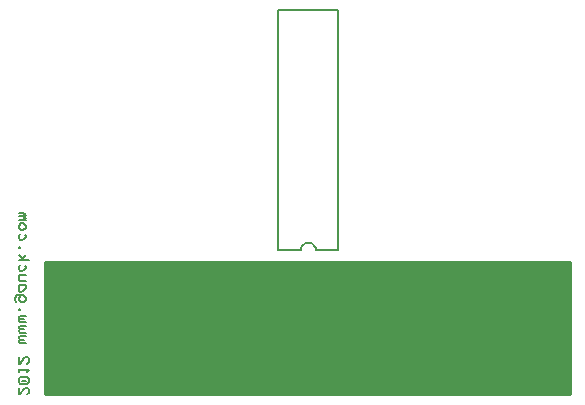
<source format=gbo>
%FSTAX24Y24*%
%MOIN*%
%IN card16drill..gbo *%
%ADD10C,0.0050*%
%ADD11C,0.0057*%
%ADD12C,0.0100*%
D11*X000664Y000362D02*G01X000721Y000419D01*Y000534D01*
X000664Y000591D01*X000607D01*X000549Y000534D01*X000435Y000362D01*
X000378D01*Y000591D01*X000664Y000934D02*X000721Y000877D01*Y000762D01*
X000664Y000705D01*X000435D01*X000378Y000762D01*Y000877D01*
X000435Y000934D01*X000664D01*X000607Y000819D02*X000492D01*
X000664Y001105D02*X000721Y001162D01*X000378D01*Y001219D01*Y001162D02*
Y001105D01*X000664Y001391D02*X000721Y001448D01*Y001562D01*
X000664Y001619D01*X000607D01*X000549Y001562D01*X000435Y001391D01*
X000378D01*Y001619D01*X000607Y002077D02*X000435D01*X000378Y002119D01*
Y002148D01*X000435Y002191D01*X000378Y002234D01*Y002262D01*
X000435Y002305D01*X000607D01*X000435Y002191D02*X000564D01*
X000607Y002419D02*X000435D01*X000378Y002462D01*Y002491D01*
X000435Y002534D01*X000378Y002577D01*Y002605D01*X000435Y002648D01*
X000607D01*X000435Y002534D02*X000564D01*X000607Y002762D02*X000435D01*
X000378Y002805D01*Y002834D01*X000435Y002877D01*X000378Y002919D01*
Y002948D01*X000435Y002991D01*X000607D01*X000435Y002877D02*X000564D01*
X000378Y003191D02*Y003219D01*X000407D01*Y003191D01*X000378D01*
X000449Y003662D02*X000378Y003591D01*Y003519D01*X000449Y003448D01*
X000549D01*X000607Y003519D01*Y003591D01*X000535Y003662D01*X000321D01*
X000249Y003591D01*Y003519D01*X000292Y003448D01*X000378Y004019D02*
X000607D01*X000452Y003791D02*X000524Y003811D01*X000572Y003842D01*
X000598Y003882D01*X000607Y003911D01*Y003934D01*Y003974D01*
X000584Y004019D01*X000449Y003791D02*X000432D01*X000421Y003794D01*
X000407Y003802D01*X000395Y003822D01*X000378Y003862D01*Y003925D01*
X000404Y003985D01*X000435Y004019D01*X000607Y004348D02*X000378D01*
X000435D02*X000378Y004291D01*Y004191D01*X000435Y004134D01*X000607D01*
Y004634D02*X000578D01*X000607Y004591D01*Y004577D01*X000592Y004548D01*
X000549Y004505D01*X000478Y004477D01*X000449D01*X000407Y004491D01*
X000378Y004548D01*Y004619D01*X000421Y004691D01*X000721Y004848D02*
X000378D01*X000464D02*X000635Y005019D01*X000378D02*X000507Y004891D01*
X000378Y005248D02*Y005277D01*X000407D01*Y005248D01*X000378D01*
X000607Y005662D02*X000578D01*X000607Y005619D01*Y005605D01*
X000592Y005577D01*X000549Y005534D01*X000478Y005505D01*X000449D01*
X000407Y005519D01*X000378Y005577D01*Y005648D01*X000421Y005719D01*
X000449Y005848D02*X000535D01*X000607Y005919D01*Y005991D01*
X000535Y006062D01*X000449D01*X000378Y005991D01*Y005919D01*
X000449Y005848D01*X000378Y006298D02*X000535D01*X000606Y006351D01*
X000535Y006405D01*X000378D01*X000535Y006191D02*X000606Y006244D01*
X000535Y006298D01*X000635Y006191D02*X000378D01*D10*X010285Y005162D02*
X011035D01*Y013162D01*X009035D01*Y005162D01*X009785D01*
X009797Y00524D01*X009833Y005309D01*X009888Y005365D01*X009958Y0054D01*
X010035Y005412D01*X010112Y0054D01*X010182Y005365D01*X010237Y005309D01*
X010273Y00524D01*X010285Y005162D01*D12*X00126Y000387D02*X01876D01*
X00126Y000437D02*X01876D01*X00126Y000486D02*X01876D01*X00126Y000536D02*
X01876D01*X00126Y000585D02*X01876D01*X00126Y000635D02*X01876D01*
X00126Y000684D02*X01876D01*X00126Y000733D02*X01876D01*X00126Y000783D02*
X01876D01*X00126Y000832D02*X01876D01*X00126Y000882D02*X01876D01*
X00126Y000931D02*X01876D01*X00126Y000981D02*X01876D01*X00126Y00103D02*
X01876D01*X00126Y001079D02*X01876D01*X00126Y001129D02*X01876D01*
X00126Y001178D02*X01876D01*X00126Y001228D02*X01876D01*X00126Y001277D02*
X01876D01*X00126Y001327D02*X01876D01*X00126Y001376D02*X01876D01*
X00126Y001426D02*X01876D01*X00126Y001475D02*X01876D01*X00126Y001524D02*
X01876D01*X00126Y001574D02*X01876D01*X00126Y001623D02*X01876D01*
X00126Y001673D02*X01876D01*X00126Y001722D02*X01876D01*X00126Y001772D02*
X01876D01*X00126Y001821D02*X01876D01*X00126Y00187D02*X01876D01*
X00126Y00192D02*X01876D01*X00126Y001969D02*X01876D01*X00126Y002019D02*
X01876D01*X00126Y002068D02*X01876D01*X00126Y002118D02*X01876D01*
X00126Y002167D02*X01876D01*X00126Y002217D02*X01876D01*X00126Y002266D02*
X01876D01*X00126Y002315D02*X01876D01*X00126Y002365D02*X01876D01*
X00126Y002414D02*X01876D01*X00126Y002464D02*X01876D01*X00126Y002513D02*
X01876D01*X00126Y002563D02*X01876D01*X00126Y002612D02*X01876D01*
X00126Y002661D02*X01876D01*X00126Y002711D02*X01876D01*X00126Y00276D02*
X01876D01*X00126Y00281D02*X01876D01*X00126Y002859D02*X01876D01*
X00126Y002909D02*X01876D01*X00126Y002958D02*X01876D01*X00126Y003008D02*
X01876D01*X00126Y003057D02*X01876D01*X00126Y003106D02*X01876D01*
X00126Y003156D02*X01876D01*X00126Y003205D02*X01876D01*X00126Y003255D02*
X01876D01*X00126Y003304D02*X01876D01*X00126Y003354D02*X01876D01*
X00126Y003403D02*X01876D01*X00126Y003453D02*X01876D01*X00126Y003502D02*
X01876D01*X00126Y003551D02*X01876D01*X00126Y003601D02*X01876D01*
X00126Y00365D02*X01876D01*X00126Y0037D02*X01876D01*X00126Y003749D02*
X01876D01*X00126Y003799D02*X01876D01*X00126Y003848D02*X01876D01*
X00126Y003897D02*X01876D01*X00126Y003947D02*X01876D01*X00126Y003996D02*
X01876D01*X00126Y004046D02*X01876D01*X00126Y004095D02*X01876D01*
X00126Y004145D02*X01876D01*X00126Y004194D02*X01876D01*X00126Y004244D02*
X01876D01*X00126Y004293D02*X01876D01*X00126Y004342D02*X01876D01*
X00126Y004392D02*X01876D01*X00126Y004441D02*X01876D01*X00126Y004491D02*
X01876D01*X00126Y00454D02*X01876D01*X00126Y00459D02*X01876D01*
X00126Y004639D02*X01876D01*X00126Y004688D02*X01876D01*X00126Y004738D02*
X01876D01*Y000387D02*Y004787D01*X00126D01*Y000387D01*X01876D01*
M02*
</source>
